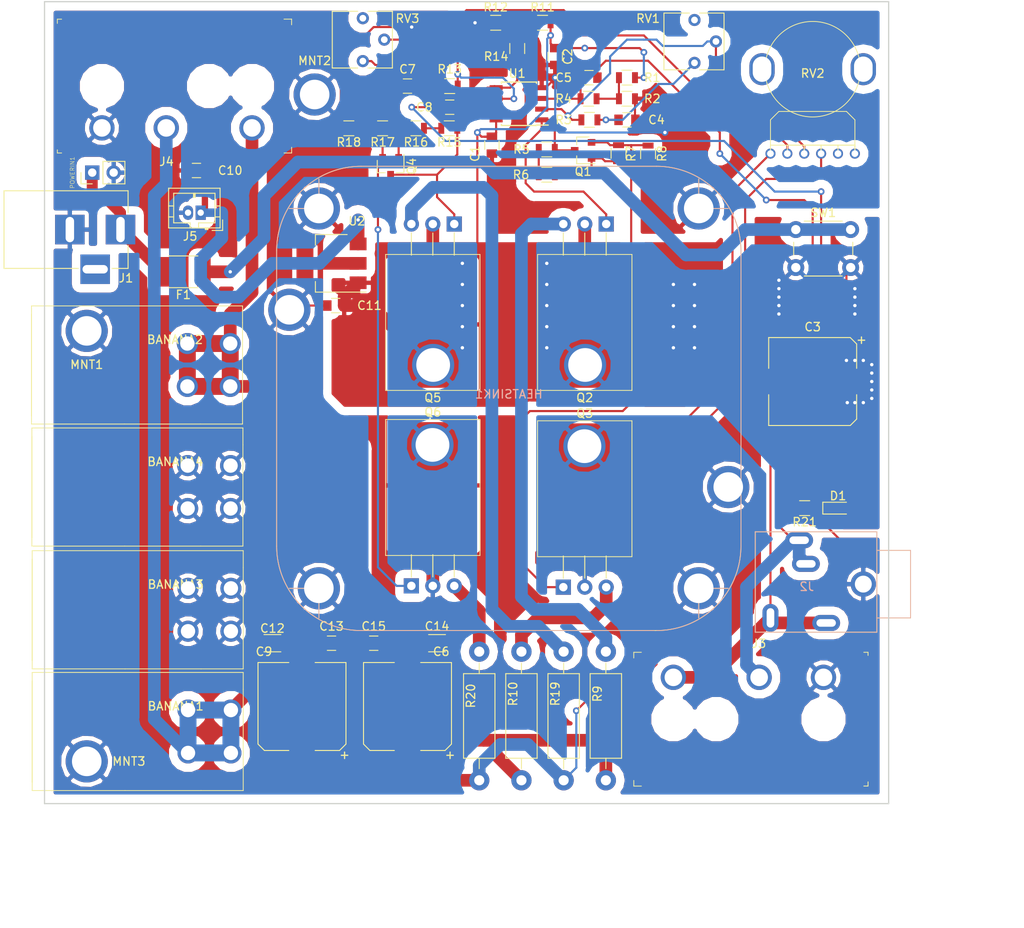
<source format=kicad_pcb>
(kicad_pcb (version 20171130) (host pcbnew "(5.0.0)")
  (layers (0 F.Cu signal) (31 B.Cu signal) (34 B.Paste user) (35 F.Paste user) (36 B.SilkS user) (37 F.SilkS user) (38 B.Mask user) (39 F.Mask user) (44 Edge.Cuts user))
  (net 0 "")
  (net 1 +12V)
  (net 2 GND)
  (net 3 "Net-(C4-Pad1)")
  (net 4 "Net-(C5-Pad1)")
  (net 5 CHANNEL_A)
  (net 6 OUTPUT_A)
  (net 7 "Net-(C7-Pad1)")
  (net 8 CHANNEL_B)
  (net 9 "Net-(C8-Pad1)")
  (net 10 OUTPUT_B)
  (net 11 "Net-(F1-Pad2)")
  (net 12 "Net-(Q1-Pad1)")
  (net 13 "Net-(Q1-Pad2)")
  (net 14 "Net-(Q1-Pad3)")
  (net 15 "Net-(Q2-Pad3)")
  (net 16 "Net-(Q3-Pad3)")
  (net 17 "Net-(Q4-Pad3)")
  (net 18 "Net-(Q4-Pad2)")
  (net 19 "Net-(Q4-Pad1)")
  (net 20 "Net-(Q5-Pad3)")
  (net 21 "Net-(Q6-Pad3)")
  (net 22 "Net-(R1-Pad2)")
  (net 23 "Net-(R3-Pad1)")
  (net 24 "Net-(R5-Pad2)")
  (net 25 "Net-(R11-Pad2)")
  (net 26 "Net-(R13-Pad1)")
  (net 27 "Net-(R15-Pad2)")
  (net 28 "Net-(F1-Pad1)")
  (net 29 "Net-(D1-Pad1)")
  (net 30 "Net-(C14-Pad1)")
  (net 31 "Net-(C12-Pad1)")
  (net 32 "Net-(C10-Pad2)")
  (module Capacitors_SMD:C_0805 (layer F.Cu) (at 96 101 270)
    (fp_text reference C1 (at 1 2 270) (layer F.SilkS))
    (fp_text value 1uF)
    (pad 1 smd rect (at -1 0 270) (size 1 1.25) (layers F.Cu F.Paste F.Mask) (net 1 +12V))
    (pad 2 smd rect (at 1 0 270) (size 1 1.25) (layers F.Cu F.Paste F.Mask) (net 2 GND))
  )
  (module Capacitors_SMD:C_0805 (layer F.Cu) (at 103.5 90.5 270)
    (fp_text reference C2 (at 0 -1.5 270) (layer F.SilkS))
    (fp_text value 1uF)
    (pad 1 smd rect (at -1 0 270) (size 1 1.25) (layers F.Cu F.Paste F.Mask) (net 1 +12V))
    (pad 2 smd rect (at 1 0 270) (size 1 1.25) (layers F.Cu F.Paste F.Mask) (net 2 GND))
  )
  (module Capacitors_SMD:CP_Elec_10x10.5 (layer F.Cu) (at 134 129 180)
    (fp_text reference C3 (at 0 6.46 180) (layer F.SilkS))
    (fp_text value 680uF)
    (fp_text user + (at -5.78 4.97 180) (layer F.SilkS))
    (pad 1 smd rect (at -4 0) (size 4 2.5) (layers F.Cu F.Paste F.Mask) (net 1 +12V))
    (pad 2 smd rect (at 4 0) (size 4 2.5) (layers F.Cu F.Paste F.Mask) (net 2 GND))
  )
  (module Capacitors_SMD:C_0805 (layer F.Cu) (at 112 98)
    (fp_text reference C4 (at 3.5 0) (layer F.SilkS))
    (fp_text value 1uF)
    (pad 1 smd rect (at -1 0) (size 1 1.25) (layers F.Cu F.Paste F.Mask) (net 3 "Net-(C4-Pad1)"))
    (pad 2 smd rect (at 1 0) (size 1 1.25) (layers F.Cu F.Paste F.Mask) (net 2 GND))
  )
  (module Capacitors_SMD:C_0805 (layer F.Cu) (at 107.5 93)
    (fp_text reference C5 (at -3 0) (layer F.SilkS))
    (fp_text value 1uF)
    (pad 1 smd rect (at -1 0) (size 1 1.25) (layers F.Cu F.Paste F.Mask) (net 4 "Net-(C5-Pad1)"))
    (pad 2 smd rect (at 1 0) (size 1 1.25) (layers F.Cu F.Paste F.Mask) (net 5 CHANNEL_A))
  )
  (module Capacitors_SMD:CP_Elec_10x10.5 (layer F.Cu) (at 86 167.5 90)
    (fp_text reference C6 (at 6.5 4 -180) (layer F.SilkS))
    (fp_text value 680uF)
    (fp_text user + (at -5.78 4.97 90) (layer F.SilkS))
    (pad 1 smd rect (at -4 0 270) (size 4 2.5) (layers F.Cu F.Paste F.Mask) (net 30 "Net-(C14-Pad1)"))
    (pad 2 smd rect (at 4 0 270) (size 4 2.5) (layers F.Cu F.Paste F.Mask) (net 6 OUTPUT_A))
  )
  (module Capacitors_SMD:C_0805 (layer F.Cu) (at 86 94 180)
    (fp_text reference C7 (at 0 2 180) (layer F.SilkS))
    (fp_text value 1uF)
    (pad 1 smd rect (at -1 0 180) (size 1 1.25) (layers F.Cu F.Paste F.Mask) (net 7 "Net-(C7-Pad1)"))
    (pad 2 smd rect (at 1 0 180) (size 1 1.25) (layers F.Cu F.Paste F.Mask) (net 2 GND))
  )
  (module Capacitors_SMD:C_0805 (layer F.Cu) (at 91 96.5 180)
    (fp_text reference C8 (at 3 0 180) (layer F.SilkS))
    (fp_text value 1uF)
    (pad 1 smd rect (at -1 0 180) (size 1 1.25) (layers F.Cu F.Paste F.Mask) (net 9 "Net-(C8-Pad1)"))
    (pad 2 smd rect (at 1 0 180) (size 1 1.25) (layers F.Cu F.Paste F.Mask) (net 8 CHANNEL_B))
  )
  (module Capacitors_SMD:CP_Elec_10x10.5 (layer F.Cu) (at 73.5 167.5 90)
    (fp_text reference C9 (at 6.5 -4.5 -180) (layer F.SilkS))
    (fp_text value 680uF)
    (fp_text user + (at -5.78 4.97 90) (layer F.SilkS))
    (pad 1 smd rect (at -4 0 270) (size 4 2.5) (layers F.Cu F.Paste F.Mask) (net 31 "Net-(C12-Pad1)"))
    (pad 2 smd rect (at 4 0 270) (size 4 2.5) (layers F.Cu F.Paste F.Mask) (net 10 OUTPUT_B))
  )
  (module TO_SOT_Packages_SMD:SOT-23 (layer F.Cu) (at 106.804999 101.614999 180)
    (fp_text reference Q1 (at 0 -2.5 180) (layer F.SilkS))
    (fp_text value Q_NPN_BEC)
    (pad 1 smd rect (at -1 -0.95 180) (size 0.9 0.8) (layers F.Cu F.Paste F.Mask) (net 12 "Net-(Q1-Pad1)"))
    (pad 2 smd rect (at -1 0.95 180) (size 0.9 0.8) (layers F.Cu F.Paste F.Mask) (net 13 "Net-(Q1-Pad2)"))
    (pad 3 smd rect (at 1 0 180) (size 0.9 0.8) (layers F.Cu F.Paste F.Mask) (net 14 "Net-(Q1-Pad3)"))
  )
  (module TEST:TO-220-3_Horizontal_SOLDERTAB (layer F.Cu) (at 109.54 110.34 180)
    (fp_text reference Q2 (at 2.54 -20.58 180) (layer F.SilkS))
    (fp_text value TIP120)
    (pad 3 thru_hole oval (at 5.08 0 180) (size 1.8 1.8) (drill 1) (layers *.Cu *.Mask) (net 15 "Net-(Q2-Pad3)"))
    (pad 2 thru_hole oval (at 2.54 0 180) (size 1.8 1.8) (drill 1) (layers *.Cu *.Mask) (net 1 +12V))
    (pad 1 thru_hole rect (at 0 0 180) (size 1.8 1.8) (drill 1) (layers *.Cu *.Mask) (net 14 "Net-(Q1-Pad3)"))
    (pad 2 thru_hole circle (at 2.5 -16.7 180) (size 5 5) (drill 4) (layers *.Cu *.Mask) (net 1 +12V))
    (pad 2 smd rect (at 2.6 -16.9 180) (size 10 15) (drill (offset 0 5)) (layers F.Cu F.Paste F.Mask) (net 1 +12V))
  )
  (module TEST:TO-220-3_Horizontal_SOLDERTAB (layer F.Cu) (at 104.46 153.36)
    (fp_text reference Q3 (at 2.54 -20.58) (layer F.SilkS))
    (fp_text value TIP125)
    (pad 3 thru_hole oval (at 5.08 0) (size 1.8 1.8) (drill 1) (layers *.Cu *.Mask) (net 16 "Net-(Q3-Pad3)"))
    (pad 2 thru_hole oval (at 2.54 0) (size 1.8 1.8) (drill 1) (layers *.Cu *.Mask) (net 2 GND))
    (pad 1 thru_hole rect (at 0 0) (size 1.8 1.8) (drill 1) (layers *.Cu *.Mask) (net 13 "Net-(Q1-Pad2)"))
    (pad 2 thru_hole circle (at 2.5 -16.7) (size 5 5) (drill 4) (layers *.Cu *.Mask) (net 2 GND))
    (pad 2 smd rect (at 2.6 -16.9) (size 10 15) (drill (offset 0 5)) (layers F.Cu F.Paste F.Mask) (net 2 GND))
  )
  (module TO_SOT_Packages_SMD:SOT-23 (layer F.Cu) (at 84 103.5 270)
    (fp_text reference Q4 (at 0 -2.5 270) (layer F.SilkS))
    (fp_text value Q_NPN_BEC)
    (pad 1 smd rect (at -1 -0.95 270) (size 0.9 0.8) (layers F.Cu F.Paste F.Mask) (net 19 "Net-(Q4-Pad1)"))
    (pad 2 smd rect (at -1 0.95 270) (size 0.9 0.8) (layers F.Cu F.Paste F.Mask) (net 18 "Net-(Q4-Pad2)"))
    (pad 3 smd rect (at 1 0 270) (size 0.9 0.8) (layers F.Cu F.Paste F.Mask) (net 17 "Net-(Q4-Pad3)"))
  )
  (module TEST:TO-220-3_Horizontal_SOLDERTAB (layer F.Cu) (at 91.54 110.34 180)
    (fp_text reference Q5 (at 2.54 -20.58 180) (layer F.SilkS))
    (fp_text value TIP120)
    (pad 3 thru_hole oval (at 5.08 0 180) (size 1.8 1.8) (drill 1) (layers *.Cu *.Mask) (net 20 "Net-(Q5-Pad3)"))
    (pad 2 thru_hole oval (at 2.54 0 180) (size 1.8 1.8) (drill 1) (layers *.Cu *.Mask) (net 1 +12V))
    (pad 1 thru_hole rect (at 0 0 180) (size 1.8 1.8) (drill 1) (layers *.Cu *.Mask) (net 17 "Net-(Q4-Pad3)"))
    (pad 2 thru_hole circle (at 2.5 -16.7 180) (size 5 5) (drill 4) (layers *.Cu *.Mask) (net 1 +12V))
    (pad 2 smd rect (at 2.6 -16.9 180) (size 10 15) (drill (offset 0 5)) (layers F.Cu F.Paste F.Mask) (net 1 +12V))
  )
  (module TEST:TO-220-3_Horizontal_SOLDERTAB (layer F.Cu) (at 86.46 153.21)
    (fp_text reference Q6 (at 2.54 -20.58) (layer F.SilkS))
    (fp_text value TIP125)
    (pad 3 thru_hole oval (at 5.08 0) (size 1.8 1.8) (drill 1) (layers *.Cu *.Mask) (net 21 "Net-(Q6-Pad3)"))
    (pad 2 thru_hole oval (at 2.54 0) (size 1.8 1.8) (drill 1) (layers *.Cu *.Mask) (net 2 GND))
    (pad 1 thru_hole rect (at 0 0) (size 1.8 1.8) (drill 1) (layers *.Cu *.Mask) (net 18 "Net-(Q4-Pad2)"))
    (pad 2 thru_hole circle (at 2.5 -16.7) (size 5 5) (drill 4) (layers *.Cu *.Mask) (net 2 GND))
    (pad 2 smd rect (at 2.6 -16.9) (size 10 15) (drill (offset 0 5)) (layers F.Cu F.Paste F.Mask) (net 2 GND))
  )
  (module Resistors_SMD:R_0805 (layer F.Cu) (at 112 93 180)
    (fp_text reference R1 (at -3 0 180) (layer F.SilkS))
    (fp_text value 10K)
    (pad 1 smd rect (at -0.95 0 180) (size 0.7 1.3) (layers F.Cu F.Paste F.Mask) (net 1 +12V))
    (pad 2 smd rect (at 0.95 0 180) (size 0.7 1.3) (layers F.Cu F.Paste F.Mask) (net 22 "Net-(R1-Pad2)"))
  )
  (module Resistors_SMD:R_0805 (layer F.Cu) (at 112 95.5)
    (fp_text reference R2 (at 3 0) (layer F.SilkS))
    (fp_text value 10K)
    (pad 1 smd rect (at -0.95 0) (size 0.7 1.3) (layers F.Cu F.Paste F.Mask) (net 22 "Net-(R1-Pad2)"))
    (pad 2 smd rect (at 0.95 0) (size 0.7 1.3) (layers F.Cu F.Paste F.Mask) (net 2 GND))
  )
  (module Resistors_SMD:R_0805 (layer F.Cu) (at 107.55 98)
    (fp_text reference R3 (at -3.05 0) (layer F.SilkS))
    (fp_text value 5K)
    (pad 1 smd rect (at -0.95 0) (size 0.7 1.3) (layers F.Cu F.Paste F.Mask) (net 23 "Net-(R3-Pad1)"))
    (pad 2 smd rect (at 0.95 0) (size 0.7 1.3) (layers F.Cu F.Paste F.Mask) (net 3 "Net-(C4-Pad1)"))
  )
  (module Resistors_SMD:R_0805 (layer F.Cu) (at 107.45 95.5 180)
    (fp_text reference R4 (at 2.95 0 180) (layer F.SilkS))
    (fp_text value 50K)
    (pad 1 smd rect (at -0.95 0 180) (size 0.7 1.3) (layers F.Cu F.Paste F.Mask) (net 22 "Net-(R1-Pad2)"))
    (pad 2 smd rect (at 0.95 0 180) (size 0.7 1.3) (layers F.Cu F.Paste F.Mask) (net 4 "Net-(C5-Pad1)"))
  )
  (module Resistors_SMD:R_0805 (layer F.Cu) (at 102.5 101.5 180)
    (fp_text reference R5 (at 3 0 180) (layer F.SilkS))
    (fp_text value 1K)
    (pad 1 smd rect (at -0.95 0 180) (size 0.7 1.3) (layers F.Cu F.Paste F.Mask) (net 14 "Net-(Q1-Pad3)"))
    (pad 2 smd rect (at 0.95 0 180) (size 0.7 1.3) (layers F.Cu F.Paste F.Mask) (net 24 "Net-(R5-Pad2)"))
  )
  (module Resistors_SMD:R_0805 (layer F.Cu) (at 102.5 104.5)
    (fp_text reference R6 (at -3.05 0) (layer F.SilkS))
    (fp_text value 1K)
    (pad 1 smd rect (at -0.95 0) (size 0.7 1.3) (layers F.Cu F.Paste F.Mask) (net 24 "Net-(R5-Pad2)"))
    (pad 2 smd rect (at 0.95 0) (size 0.7 1.3) (layers F.Cu F.Paste F.Mask) (net 12 "Net-(Q1-Pad1)"))
  )
  (module Resistors_SMD:R_0805 (layer F.Cu) (at 111 101.95 90)
    (fp_text reference R7 (at -0.05 1.5 90) (layer F.SilkS))
    (fp_text value 1K)
    (pad 1 smd rect (at -0.95 0 90) (size 0.7 1.3) (layers F.Cu F.Paste F.Mask) (net 12 "Net-(Q1-Pad1)"))
    (pad 2 smd rect (at 0.95 0 90) (size 0.7 1.3) (layers F.Cu F.Paste F.Mask) (net 13 "Net-(Q1-Pad2)"))
  )
  (module Resistors_SMD:R_0805 (layer F.Cu) (at 114.5 102 270)
    (fp_text reference R8 (at 0 -1.65 270) (layer F.SilkS))
    (fp_text value 1K)
    (pad 1 smd rect (at -0.95 0 270) (size 0.7 1.3) (layers F.Cu F.Paste F.Mask) (net 13 "Net-(Q1-Pad2)"))
    (pad 2 smd rect (at 0.95 0 270) (size 0.7 1.3) (layers F.Cu F.Paste F.Mask) (net 2 GND))
  )
  (module Resistors_THT:R_Axial_DIN0411_L9.9mm_D3.6mm_P15.24mm_Horizontal (layer F.Cu) (at 109.5 161 270)
    (fp_text reference R9 (at 5 1 270) (layer F.SilkS))
    (fp_text value 5)
    (pad 1 thru_hole circle (at 0 0 270) (size 2.4 2.4) (drill 1.2) (layers *.Cu *.Mask) (net 15 "Net-(Q2-Pad3)"))
    (pad 2 thru_hole oval (at 15.24 0 270) (size 2.4 2.4) (drill 1.2) (layers *.Cu *.Mask) (net 30 "Net-(C14-Pad1)"))
  )
  (module Resistors_THT:R_Axial_DIN0411_L9.9mm_D3.6mm_P15.24mm_Horizontal (layer F.Cu) (at 99.5 176.24 90)
    (fp_text reference R10 (at 10.24 -1 90) (layer F.SilkS))
    (fp_text value 5)
    (pad 1 thru_hole circle (at 0 0 90) (size 2.4 2.4) (drill 1.2) (layers *.Cu *.Mask) (net 30 "Net-(C14-Pad1)"))
    (pad 2 thru_hole oval (at 15.24 0 90) (size 2.4 2.4) (drill 1.2) (layers *.Cu *.Mask) (net 16 "Net-(Q3-Pad3)"))
  )
  (module Resistors_SMD:R_0805 (layer F.Cu) (at 102 86.5 180)
    (fp_text reference R11 (at 0 1.85 180) (layer F.SilkS))
    (fp_text value 10K)
    (pad 1 smd rect (at -0.95 0 180) (size 0.7 1.3) (layers F.Cu F.Paste F.Mask) (net 1 +12V))
    (pad 2 smd rect (at 0.95 0 180) (size 0.7 1.3) (layers F.Cu F.Paste F.Mask) (net 25 "Net-(R11-Pad2)"))
  )
  (module Resistors_SMD:R_0805 (layer F.Cu) (at 96.45 86.5 180)
    (fp_text reference R12 (at 0 1.85 180) (layer F.SilkS))
    (fp_text value 10K)
    (pad 1 smd rect (at -0.95 0 180) (size 0.7 1.3) (layers F.Cu F.Paste F.Mask) (net 25 "Net-(R11-Pad2)"))
    (pad 2 smd rect (at 0.95 0 180) (size 0.7 1.3) (layers F.Cu F.Paste F.Mask) (net 2 GND))
  )
  (module Resistors_SMD:R_0805 (layer F.Cu) (at 91 94 180)
    (fp_text reference R13 (at 0 2 180) (layer F.SilkS))
    (fp_text value 5K)
    (pad 1 smd rect (at -0.95 0 180) (size 0.7 1.3) (layers F.Cu F.Paste F.Mask) (net 26 "Net-(R13-Pad1)"))
    (pad 2 smd rect (at 0.95 0 180) (size 0.7 1.3) (layers F.Cu F.Paste F.Mask) (net 7 "Net-(C7-Pad1)"))
  )
  (module Resistors_SMD:R_0805 (layer F.Cu) (at 99 89.55 270)
    (fp_text reference R14 (at 0.95 2.5) (layer F.SilkS))
    (fp_text value 50K)
    (pad 1 smd rect (at -0.95 0 270) (size 0.7 1.3) (layers F.Cu F.Paste F.Mask) (net 25 "Net-(R11-Pad2)"))
    (pad 2 smd rect (at 0.95 0 270) (size 0.7 1.3) (layers F.Cu F.Paste F.Mask) (net 9 "Net-(C8-Pad1)"))
  )
  (module Resistors_SMD:R_0805 (layer F.Cu) (at 90.95 99 180)
    (fp_text reference R15 (at 0 -1.65 180) (layer F.SilkS))
    (fp_text value 1K)
    (pad 1 smd rect (at -0.95 0 180) (size 0.7 1.3) (layers F.Cu F.Paste F.Mask) (net 17 "Net-(Q4-Pad3)"))
    (pad 2 smd rect (at 0.95 0 180) (size 0.7 1.3) (layers F.Cu F.Paste F.Mask) (net 27 "Net-(R15-Pad2)"))
  )
  (module Resistors_SMD:R_0805 (layer F.Cu) (at 87 99 180)
    (fp_text reference R16 (at 0 -1.65 180) (layer F.SilkS))
    (fp_text value 1K)
    (pad 1 smd rect (at -0.95 0 180) (size 0.7 1.3) (layers F.Cu F.Paste F.Mask) (net 27 "Net-(R15-Pad2)"))
    (pad 2 smd rect (at 0.95 0 180) (size 0.7 1.3) (layers F.Cu F.Paste F.Mask) (net 19 "Net-(Q4-Pad1)"))
  )
  (module Resistors_SMD:R_0805 (layer F.Cu) (at 83.05 99 180)
    (fp_text reference R17 (at 0 -1.65 180) (layer F.SilkS))
    (fp_text value 1K)
    (pad 1 smd rect (at -0.95 0 180) (size 0.7 1.3) (layers F.Cu F.Paste F.Mask) (net 19 "Net-(Q4-Pad1)"))
    (pad 2 smd rect (at 0.95 0 180) (size 0.7 1.3) (layers F.Cu F.Paste F.Mask) (net 18 "Net-(Q4-Pad2)"))
  )
  (module Resistors_SMD:R_0805 (layer F.Cu) (at 79.05 99 180)
    (fp_text reference R18 (at 0 -1.65 180) (layer F.SilkS))
    (fp_text value 1K)
    (pad 1 smd rect (at -0.95 0 180) (size 0.7 1.3) (layers F.Cu F.Paste F.Mask) (net 18 "Net-(Q4-Pad2)"))
    (pad 2 smd rect (at 0.95 0 180) (size 0.7 1.3) (layers F.Cu F.Paste F.Mask) (net 2 GND))
  )
  (module Resistors_THT:R_Axial_DIN0411_L9.9mm_D3.6mm_P15.24mm_Horizontal (layer F.Cu) (at 104.5 161 270)
    (fp_text reference R19 (at 5 1 270) (layer F.SilkS))
    (fp_text value 5)
    (pad 1 thru_hole circle (at 0 0 270) (size 2.4 2.4) (drill 1.2) (layers *.Cu *.Mask) (net 20 "Net-(Q5-Pad3)"))
    (pad 2 thru_hole oval (at 15.24 0 270) (size 2.4 2.4) (drill 1.2) (layers *.Cu *.Mask) (net 31 "Net-(C12-Pad1)"))
  )
  (module Resistors_THT:R_Axial_DIN0411_L9.9mm_D3.6mm_P15.24mm_Horizontal (layer F.Cu) (at 94.5 176.24 90)
    (fp_text reference R20 (at 10 -1 90) (layer F.SilkS))
    (fp_text value 5)
    (pad 1 thru_hole circle (at 0 0 90) (size 2.4 2.4) (drill 1.2) (layers *.Cu *.Mask) (net 31 "Net-(C12-Pad1)"))
    (pad 2 thru_hole oval (at 15.24 0 90) (size 2.4 2.4) (drill 1.2) (layers *.Cu *.Mask) (net 21 "Net-(Q6-Pad3)"))
  )
  (module Buttons_Switches_THT:SW_PUSH_6mm (layer F.Cu) (at 132 111)
    (fp_text reference SW1 (at 3.25 -2) (layer F.SilkS))
    (fp_text value SW_SPST)
    (pad 2 thru_hole circle (at 0 4.5 90) (size 2 2) (drill 1.1) (layers *.Cu *.Mask) (net 1 +12V))
    (pad 1 thru_hole circle (at 0 0 90) (size 2 2) (drill 1.1) (layers *.Cu *.Mask) (net 28 "Net-(F1-Pad1)"))
    (pad 2 thru_hole circle (at 6.5 4.5 90) (size 2 2) (drill 1.1) (layers *.Cu *.Mask) (net 1 +12V))
    (pad 1 thru_hole circle (at 6.5 0 90) (size 2 2) (drill 1.1) (layers *.Cu *.Mask) (net 28 "Net-(F1-Pad1)"))
  )
  (module Housings_SOIC:SOIC-8_3.9x4.9mm_Pitch1.27mm (layer F.Cu) (at 99.2 96.095 180)
    (fp_text reference U1 (at 0.2 3.595 180) (layer F.SilkS))
    (fp_text value LM358)
    (pad 1 smd rect (at -2.7 -1.905 180) (size 1.55 0.6) (layers F.Cu F.Paste F.Mask) (net 14 "Net-(Q1-Pad3)"))
    (pad 2 smd rect (at -2.7 -0.635 180) (size 1.55 0.6) (layers F.Cu F.Paste F.Mask) (net 23 "Net-(R3-Pad1)"))
    (pad 3 smd rect (at -2.7 0.635 180) (size 1.55 0.6) (layers F.Cu F.Paste F.Mask) (net 4 "Net-(C5-Pad1)"))
    (pad 4 smd rect (at -2.7 1.905 180) (size 1.55 0.6) (layers F.Cu F.Paste F.Mask) (net 2 GND))
    (pad 5 smd rect (at 2.7 1.905 180) (size 1.55 0.6) (layers F.Cu F.Paste F.Mask) (net 9 "Net-(C8-Pad1)"))
    (pad 6 smd rect (at 2.7 0.635 180) (size 1.55 0.6) (layers F.Cu F.Paste F.Mask) (net 26 "Net-(R13-Pad1)"))
    (pad 7 smd rect (at 2.7 -0.635 180) (size 1.55 0.6) (layers F.Cu F.Paste F.Mask) (net 17 "Net-(Q4-Pad3)"))
    (pad 8 smd rect (at 2.7 -1.905 180) (size 1.55 0.6) (layers F.Cu F.Paste F.Mask) (net 1 +12V))
  )
  (module "DigiKey Library:Headphone_Jack_6.35mm_SN49B12B" (layer F.Cu) (at 122.58 169)
    (fp_text reference J3 (at 5.05 -8.95) (layer F.SilkS))
    (fp_text value AudioJack3_Ground)
    (pad "" np_thru_hole circle (at -5.08 0) (size 3.25 3.25) (drill 3.25) (layers *.Cu *.Mask))
    (pad "" np_thru_hole circle (at 12.7 0) (size 3.25 3.25) (drill 3.25) (layers *.Cu *.Mask))
    (pad S thru_hole circle (at 12.7 -4.955) (size 3 3) (drill 2.08) (layers *.Cu *.Mask) (net 2 GND))
    (pad R thru_hole circle (at 5.08 -4.955) (size 3 3) (drill 2.08) (layers *.Cu *.Mask) (net 8 CHANNEL_B))
    (pad T thru_hole circle (at -5.08 -4.955) (size 3 3) (drill 2.08) (layers *.Cu *.Mask) (net 5 CHANNEL_A))
    (pad "" np_thru_hole circle (at 0 0) (size 3.25 3.25) (drill 3.25) (layers *.Cu *.Mask))
  )
  (module "DigiKey Library:Headphone_Jack_6.35mm_SN49B12B" (layer F.Cu) (at 62.5 94 180)
    (fp_text reference J4 (at 5.05 -8.95 180) (layer F.SilkS))
    (fp_text value AudioJack3_Ground)
    (pad "" np_thru_hole circle (at -5.08 0 180) (size 3.25 3.25) (drill 3.25) (layers *.Cu *.Mask))
    (pad "" np_thru_hole circle (at 12.7 0 180) (size 3.25 3.25) (drill 3.25) (layers *.Cu *.Mask))
    (pad S thru_hole circle (at 12.7 -4.955 180) (size 3 3) (drill 2.08) (layers *.Cu *.Mask) (net 2 GND))
    (pad R thru_hole circle (at 5.08 -4.955 180) (size 3 3) (drill 2.08) (layers *.Cu *.Mask) (net 10 OUTPUT_B))
    (pad T thru_hole circle (at -5.08 -4.955 180) (size 3 3) (drill 2.08) (layers *.Cu *.Mask) (net 6 OUTPUT_A))
    (pad "" np_thru_hole circle (at 0 0 180) (size 3.25 3.25) (drill 3.25) (layers *.Cu *.Mask))
  )
  (module Resistors_SMD:R_1812 (layer F.Cu) (at 59.44 116 180)
    (fp_text reference F1 (at 0 -2.72 180) (layer F.SilkS))
    (fp_text value Fuse)
    (pad 1 smd rect (at -2.44 0 180) (size 1.6 3.5) (layers F.Cu F.Paste F.Mask) (net 28 "Net-(F1-Pad1)"))
    (pad 2 smd rect (at 2.44 0 180) (size 1.6 3.5) (layers F.Cu F.Paste F.Mask) (net 11 "Net-(F1-Pad2)"))
  )
  (module LEDs:LED_0805 (layer F.Cu) (at 137 144)
    (fp_text reference D1 (at 0 -1.45) (layer F.SilkS))
    (fp_text value LED)
    (pad 2 smd rect (at 1.1 0 180) (size 1.2 1.2) (layers F.Cu F.Paste F.Mask) (net 1 +12V))
    (pad 1 smd rect (at -1.1 0 180) (size 1.2 1.2) (layers F.Cu F.Paste F.Mask) (net 29 "Net-(D1-Pad1)"))
  )
  (module Resistors_SMD:R_0805 (layer F.Cu) (at 133.05 144 180)
    (fp_text reference R21 (at 0 -1.65 180) (layer F.SilkS))
    (fp_text value 10K)
    (pad 1 smd rect (at -0.95 0 180) (size 0.7 1.3) (layers F.Cu F.Paste F.Mask) (net 29 "Net-(D1-Pad1)"))
    (pad 2 smd rect (at 0.95 0 180) (size 0.7 1.3) (layers F.Cu F.Paste F.Mask) (net 2 GND))
  )
  (module TEST:P120KGP (layer F.Cu) (at 134 92)
    (fp_text reference RV2 (at 0 0.5) (layer F.SilkS))
    (fp_text value R_POT_Dual_Separate)
    (pad GND thru_hole oval (at -6 0) (size 3 3.8) (drill oval 2.2 3) (layers *.Cu *.Mask))
    (pad GND thru_hole oval (at 6 0) (size 3 3.8) (drill oval 2.2 3) (layers *.Cu *.Mask))
    (pad 2 thru_hole circle (at -5 10) (size 1.2 1.2) (drill 0.8) (layers *.Cu *.Mask) (net 31 "Net-(C12-Pad1)"))
    (pad 1 thru_hole circle (at -3 10) (size 1.2 1.2) (drill 0.8) (layers *.Cu *.Mask) (net 26 "Net-(R13-Pad1)"))
    (pad 3 thru_hole circle (at 5 10) (size 1.2 1.2) (drill 0.8) (layers *.Cu *.Mask))
    (pad 6 thru_hole circle (at 3 10) (size 1.2 1.2) (drill 0.8) (layers *.Cu *.Mask))
    (pad 5 thru_hole circle (at 1 10) (size 1.2 1.2) (drill 0.8) (layers *.Cu *.Mask) (net 30 "Net-(C14-Pad1)"))
    (pad 4 thru_hole circle (at -1 10) (size 1.2 1.2) (drill 0.8) (layers *.Cu *.Mask) (net 23 "Net-(R3-Pad1)"))
  )
  (module TEST:Banana_RA_FULL_Plug (layer F.Cu) (at 62.54 170.46)
    (fp_text reference BANANA1 (at -4 -3) (layer F.SilkS))
    (fp_text value Conn_01x01)
    (pad 1 thru_hole circle (at -2.54 2.54) (size 2.5 2.5) (drill 1.7) (layers *.Cu *.Mask) (net 10 OUTPUT_B))
    (pad 1 thru_hole circle (at 2.54 2.54) (size 2.5 2.5) (drill 1.7) (layers *.Cu *.Mask) (net 10 OUTPUT_B))
    (pad 1 thru_hole circle (at 2.54 -2.54) (size 2.5 2.5) (drill 1.7) (layers *.Cu *.Mask) (net 10 OUTPUT_B))
    (pad 1 thru_hole circle (at -2.54 -2.54) (size 2.5 2.5) (drill 1.7) (layers *.Cu *.Mask) (net 10 OUTPUT_B))
  )
  (module TEST:Banana_RA_FULL_Plug (layer F.Cu) (at 62.46 127.04)
    (fp_text reference BANANA2 (at -4 -3) (layer F.SilkS))
    (fp_text value Conn_01x01)
    (pad 1 thru_hole circle (at -2.54 2.54) (size 2.5 2.5) (drill 1.7) (layers *.Cu *.Mask) (net 6 OUTPUT_A))
    (pad 1 thru_hole circle (at 2.54 2.54) (size 2.5 2.5) (drill 1.7) (layers *.Cu *.Mask) (net 6 OUTPUT_A))
    (pad 1 thru_hole circle (at 2.54 -2.54) (size 2.5 2.5) (drill 1.7) (layers *.Cu *.Mask) (net 6 OUTPUT_A))
    (pad 1 thru_hole circle (at -2.54 -2.54) (size 2.5 2.5) (drill 1.7) (layers *.Cu *.Mask) (net 6 OUTPUT_A))
  )
  (module TEST:Banana_RA_FULL_Plug (layer F.Cu) (at 62.54 156.04)
    (fp_text reference BANANA3 (at -4 -3) (layer F.SilkS))
    (fp_text value Conn_01x01)
    (pad 1 thru_hole circle (at -2.54 2.54) (size 2.5 2.5) (drill 1.7) (layers *.Cu *.Mask) (net 2 GND))
    (pad 1 thru_hole circle (at 2.54 2.54) (size 2.5 2.5) (drill 1.7) (layers *.Cu *.Mask) (net 2 GND))
    (pad 1 thru_hole circle (at 2.54 -2.54) (size 2.5 2.5) (drill 1.7) (layers *.Cu *.Mask) (net 2 GND))
    (pad 1 thru_hole circle (at -2.54 -2.54) (size 2.5 2.5) (drill 1.7) (layers *.Cu *.Mask) (net 2 GND))
  )
  (module TEST:Banana_RA_FULL_Plug (layer F.Cu) (at 62.5 141.5)
    (fp_text reference BANANA4 (at -4 -3) (layer F.SilkS))
    (fp_text value Conn_01x01)
    (pad 1 thru_hole circle (at -2.54 2.54) (size 2.5 2.5) (drill 1.7) (layers *.Cu *.Mask) (net 2 GND))
    (pad 1 thru_hole circle (at 2.54 2.54) (size 2.5 2.5) (drill 1.7) (layers *.Cu *.Mask) (net 2 GND))
    (pad 1 thru_hole circle (at 2.54 -2.54) (size 2.5 2.5) (drill 1.7) (layers *.Cu *.Mask) (net 2 GND))
    (pad 1 thru_hole circle (at -2.54 -2.54) (size 2.5 2.5) (drill 1.7) (layers *.Cu *.Mask) (net 2 GND))
  )
  (module TEST:55mm_heatsink (layer B.Cu) (at 98 131)
    (fp_text reference HEATSINK1 (at 0 -0.5) (layer B.SilkS) (effects (justify mirror)))
    (fp_text value Conn_01x01)
    (pad 3 thru_hole circle (at 22.5 22.5 270) (size 5 5) (drill 3.5) (layers *.Cu *.Mask) (net 2 GND))
    (pad 3 thru_hole circle (at -22.5 22.5 180) (size 5 5) (drill 3.5) (layers *.Cu *.Mask) (net 2 GND))
    (pad 3 thru_hole circle (at -22.5 -22.5 90) (size 5 5) (drill 3.5) (layers *.Cu *.Mask) (net 2 GND))
    (pad 3 thru_hole circle (at 22.5 -22.5) (size 5 5) (drill 3.5) (layers *.Cu *.Mask) (net 2 GND))
    (pad 2 thru_hole circle (at -26 -10.5) (size 5 5) (drill 3.5) (layers *.Cu *.Mask) (net 2 GND))
    (pad 1 thru_hole circle (at 26 10.5) (size 5 5) (drill 3.5) (layers *.Cu *.Mask) (net 2 GND))
  )
  (module TEST:JST_PH_B2B-PH-K_02x1.5.00mm_Straight (layer F.Cu) (at 61.75 109 180)
    (fp_text reference J5 (at 1.5 -2.8 180) (layer F.SilkS))
    (fp_text value Conn_01x02)
    (pad 2 thru_hole oval (at 1.75 0 180) (size 1.2 1.7) (drill 0.75) (layers *.Cu *.Mask) (net 2 GND))
    (pad 1 thru_hole rect (at 0.25 0 180) (size 1.2 1.7) (drill 0.75) (layers *.Cu *.Mask) (net 32 "Net-(C10-Pad2)"))
  )
  (module TEST:Audio_5_Pin (layer B.Cu) (at 139.6 153 180)
    (fp_text reference J2 (at 6.3 -0.3 180) (layer B.SilkS) (effects (justify mirror)))
    (fp_text value AudioJack3_Ground)
    (pad 1 thru_hole oval (at -0.4 0 90) (size 3 3) (drill oval 2) (layers *.Cu *.Mask) (net 2 GND))
    (pad 2 thru_hole oval (at 6.4 2.4 180) (size 3.3 1.9) (drill oval 2.3 0.9) (layers *.Cu *.Mask) (net 8 CHANNEL_B))
    (pad 2 thru_hole oval (at 7.2 5.2) (size 3.3 1.9) (drill oval 2.3 0.9) (layers *.Cu *.Mask) (net 8 CHANNEL_B))
    (pad 3 thru_hole oval (at 10.6 -4 180) (size 1.9 3.3) (drill oval 0.9 2.3) (layers *.Cu *.Mask) (net 5 CHANNEL_A))
    (pad 3 thru_hole oval (at 4 -4.6 180) (size 3.3 1.9) (drill oval 2.3 0.9) (layers *.Cu *.Mask) (net 5 CHANNEL_A))
  )
  (module Capacitors_SMD:C_0805 (layer F.Cu) (at 61 104)
    (fp_text reference C10 (at 4 0) (layer F.SilkS))
    (fp_text value 1uF)
    (pad 1 smd rect (at -1 0) (size 1 1.25) (layers F.Cu F.Paste F.Mask) (net 2 GND))
    (pad 2 smd rect (at 1 0) (size 1 1.25) (layers F.Cu F.Paste F.Mask) (net 32 "Net-(C10-Pad2)"))
  )
  (module Capacitors_SMD:C_0805 (layer F.Cu) (at 77.5 120)
    (fp_text reference C11 (at 4 0) (layer F.SilkS))
    (fp_text value 1uF)
    (pad 1 smd rect (at -1 0) (size 1 1.25) (layers F.Cu F.Paste F.Mask) (net 2 GND))
    (pad 2 smd rect (at 1 0) (size 1 1.25) (layers F.Cu F.Paste F.Mask) (net 1 +12V))
  )
  (module Capacitors_SMD:C_1206 (layer F.Cu) (at 70 160)
    (fp_text reference C12 (at 0 -1.75) (layer F.SilkS))
    (fp_text value 1uF)
    (pad 1 smd rect (at -1.5 0) (size 1 1.6) (layers F.Cu F.Paste F.Mask) (net 31 "Net-(C12-Pad1)"))
    (pad 2 smd rect (at 1.5 0) (size 1 1.6) (layers F.Cu F.Paste F.Mask) (net 10 OUTPUT_B))
  )
  (module Capacitors_SMD:C_0805 (layer F.Cu) (at 77 160 180)
    (fp_text reference C13 (at 0 2 180) (layer F.SilkS))
    (fp_text value 1uF)
    (pad 1 smd rect (at -1 0 180) (size 1 1.25) (layers F.Cu F.Paste F.Mask) (net 31 "Net-(C12-Pad1)"))
    (pad 2 smd rect (at 1 0 180) (size 1 1.25) (layers F.Cu F.Paste F.Mask) (net 10 OUTPUT_B))
  )
  (module Capacitors_SMD:C_1206 (layer F.Cu) (at 89.5 160 180)
    (fp_text reference C14 (at 0 2) (layer F.SilkS))
    (fp_text value 1uF)
    (pad 1 smd rect (at -1.5 0 180) (size 1 1.6) (layers F.Cu F.Paste F.Mask) (net 30 "Net-(C14-Pad1)"))
    (pad 2 smd rect (at 1.5 0 180) (size 1 1.6) (layers F.Cu F.Paste F.Mask) (net 6 OUTPUT_A))
  )
  (module Capacitors_SMD:C_0805 (layer F.Cu) (at 82 160)
    (fp_text reference C15 (at 0 -2) (layer F.SilkS))
    (fp_text value 1uF)
    (pad 1 smd rect (at -1 0) (size 1 1.25) (layers F.Cu F.Paste F.Mask) (net 30 "Net-(C14-Pad1)"))
    (pad 2 smd rect (at 1 0) (size 1 1.25) (layers F.Cu F.Paste F.Mask) (net 6 OUTPUT_A))
  )
  (module TO_SOT_Packages_SMD:SOT-223-3_TabPin2 (layer F.Cu) (at 77 115 180)
    (fp_text reference U2 (at -3 5 180) (layer F.SilkS))
    (fp_text value L7812)
    (pad 2 smd rect (at 3.15 0 180) (size 2 3.8) (layers F.Cu F.Paste F.Mask) (net 2 GND))
    (pad 2 smd rect (at -3.15 0 180) (size 2 1.5) (layers F.Cu F.Paste F.Mask) (net 2 GND))
    (pad 3 smd rect (at -3.15 2.3 180) (size 2 1.5) (layers F.Cu F.Paste F.Mask) (net 32 "Net-(C10-Pad2)"))
    (pad 1 smd rect (at -3.15 -2.3 180) (size 2 1.5) (layers F.Cu F.Paste F.Mask) (net 1 +12V))
  )
  (module "DigiKey Library:BARREL_JACK" (layer F.Cu) (at 52 111)
    (fp_text reference J1 (at 0.65 5.75 180) (layer F.SilkS))
    (fp_text value Barrel_Jack)
    (pad 3 thru_hole rect (at -3 4.7) (size 3.5 3.5) (drill oval 3 1) (layers *.Cu *.Mask))
    (pad 2 thru_hole rect (at -6 0) (size 3.5 3.5) (drill oval 1 3) (layers *.Cu *.Mask) (net 2 GND))
    (pad 1 thru_hole rect (at 0 0) (size 3.5 3.5) (drill oval 1 3) (layers *.Cu *.Mask) (net 11 "Net-(F1-Pad2)"))
  )
  (module TEST:Potentiometer_Trimmer_Vishay_T73YP_Horizontal (layer F.Cu) (at 120 91.25)
    (fp_text reference RV1 (at -5.5 -5.25) (layer F.SilkS))
    (fp_text value R_POT)
    (pad 1 thru_hole circle (at 0 0) (size 1.44 1.44) (drill 0.8) (layers *.Cu *.Mask) (net 3 "Net-(C4-Pad1)"))
    (pad 2 thru_hole circle (at 2.54 -2.54) (size 1.44 1.44) (drill 0.8) (layers *.Cu *.Mask) (net 23 "Net-(R3-Pad1)"))
    (pad 3 thru_hole circle (at 0 -5.08) (size 1.44 1.44) (drill 0.8) (layers *.Cu *.Mask))
  )
  (module TEST:Potentiometer_Trimmer_Vishay_T73YP_Horizontal (layer F.Cu) (at 80.71 91.04)
    (fp_text reference RV3 (at 5.29 -5.04) (layer F.SilkS))
    (fp_text value R_POT)
    (pad 1 thru_hole circle (at 0 0) (size 1.44 1.44) (drill 0.8) (layers *.Cu *.Mask) (net 7 "Net-(C7-Pad1)"))
    (pad 2 thru_hole circle (at 2.54 -2.54) (size 1.44 1.44) (drill 0.8) (layers *.Cu *.Mask) (net 26 "Net-(R13-Pad1)"))
    (pad 3 thru_hole circle (at 0 -5.08) (size 1.44 1.44) (drill 0.8) (layers *.Cu *.Mask))
  )
  (module "TEST:4mm Mount" (layer F.Cu) (at 48 120.5)
    (fp_text reference MNT1 (at 0 6.5) (layer F.SilkS))
    (fp_text value Conn_01x01)
    (pad 1 thru_hole circle (at 0 2.5) (size 5 5) (drill 3.5) (layers *.Cu *.Mask) (net 2 GND))
  )
  (module "TEST:4mm Mount" (layer F.Cu) (at 75 92.5)
    (fp_text reference MNT2 (at 0 -1.5) (layer F.SilkS))
    (fp_text value Conn_01x01)
    (pad 1 thru_hole circle (at 0 2.5) (size 5 5) (drill 3.5) (layers *.Cu *.Mask) (net 2 GND))
  )
  (module "TEST:4mm Mount" (layer F.Cu) (at 48 171.5)
    (fp_text reference MNT3 (at 5 2.5) (layer F.SilkS))
    (fp_text value Conn_01x01)
    (pad 1 thru_hole circle (at 0 2.5) (size 5 5) (drill 3.5) (layers *.Cu *.Mask) (net 2 GND))
  )
  (module Pin_Headers:Pin_Header_Straight_1x02_Pitch2.54mm (layer F.Cu) (at 48.65 104.25 90)
    (fp_text reference POWERIN1 (at 0 -2.35 270) (layer F.SilkS) (effects (font (size 0.5 0.5) (thickness 0.05))))
    (fp_text value Conn_01x01)
    (pad 2 thru_hole oval (at 0 2.54 90) (size 1.7 1.7) (drill 1) (layers *.Cu *.Mask) (net 2 GND))
    (pad 1 thru_hole rect (at 0 0 90) (size 1.7 1.7) (drill 1) (layers *.Cu *.Mask) (net 11 "Net-(F1-Pad2)"))
  )
  (gr_line (start 43 84) (end 43 179) (layer Edge.Cuts) (width 0.15))
  (gr_line (start 143 84) (end 43 84) (layer Edge.Cuts) (width 0.15))
  (gr_line (start 143 179) (end 143 84) (layer Edge.Cuts) (width 0.15))
  (gr_line (start 43 179) (end 143 179) (layer Edge.Cuts) (width 0.15))
  (via (at 92.5 125) (size 0.8) (drill 0.4) (layers F.Cu B.Cu) (net 1))
  (via (at 92.5 122.5) (size 0.8) (drill 0.4) (layers F.Cu B.Cu) (net 1))
  (via (at 92.5 120) (size 0.8) (drill 0.4) (layers F.Cu B.Cu) (net 1))
  (via (at 92.5 117.5) (size 0.8) (drill 0.4) (layers F.Cu B.Cu) (net 1))
  (via (at 92.5 115) (size 0.8) (drill 0.4) (layers F.Cu B.Cu) (net 1))
  (via (at 102.5 125) (size 0.8) (drill 0.4) (layers F.Cu B.Cu) (net 1))
  (via (at 102.5 122.5) (size 0.8) (drill 0.4) (layers F.Cu B.Cu) (net 1))
  (via (at 102.5 120) (size 0.8) (drill 0.4) (layers F.Cu B.Cu) (net 1))
  (via (at 102.5 117.5) (size 0.8) (drill 0.4) (layers F.Cu B.Cu) (net 1))
  (via (at 102.5 115) (size 0.8) (drill 0.4) (layers F.Cu B.Cu) (net 1))
  (segment (start 96.5 99.5) (end 96 100) (width 0.25) (layer F.Cu) (net 1))
  (segment (start 96.5 98) (end 96.5 99.5) (width 0.25) (layer F.Cu) (net 1))
  (segment (start 102.95 88.95) (end 103.5 89.5) (width 0.25) (layer F.Cu) (net 1))
  (segment (start 102.95 86.5) (end 102.95 88) (width 0.25) (layer F.Cu) (net 1))
  (segment (start 104.375 89.5) (end 103.5 89.5) (width 0.25) (layer F.Cu) (net 1))
  (segment (start 112.95 93) (end 112.95 92.7) (width 0.25) (layer F.Cu) (net 1))
  (segment (start 102.95 88) (end 102.95 88.95) (width 0.25) (layer F.Cu) (net 1))
  (via (at 102.95 88) (size 0.8) (drill 0.4) (layers F.Cu B.Cu) (net 1))
  (segment (start 96 100) (end 95.125 100) (width 0.25) (layer F.Cu) (net 1))
  (segment (start 89 110.34) (end 89 127) (width 1.5) (layer F.Cu) (net 1))
  (segment (start 107 110.34) (end 107 127) (width 1.5) (layer F.Cu) (net 1))
  (segment (start 78.5 118.95) (end 80.15 117.3) (width 1.5) (layer F.Cu) (net 1))
  (segment (start 78.5 120) (end 78.5 118.95) (width 1.5) (layer F.Cu) (net 1))
  (segment (start 81.7 120) (end 88.94 127.24) (width 1.5) (layer F.Cu) (net 1))
  (segment (start 78.5 120) (end 81.7 120) (width 1.5) (layer F.Cu) (net 1))
  (segment (start 138.1 129.1) (end 138 129) (width 0.25) (layer F.Cu) (net 1))
  (segment (start 138.1 144) (end 138.1 132) (width 0.25) (layer F.Cu) (net 1))
  (segment (start 138 116) (end 138.5 115.5) (width 0.25) (layer F.Cu) (net 1))
  (segment (start 138 129) (end 138 126.5) (width 0.25) (layer F.Cu) (net 1))
  (via (at 94.275 99.5) (size 0.8) (drill 0.4) (layers F.Cu B.Cu) (net 1))
  (segment (start 94.5 99.5) (end 94.275 99.5) (width 0.25) (layer B.Cu) (net 1))
  (segment (start 94.775 100) (end 94.275 99.5) (width 0.25) (layer F.Cu) (net 1))
  (segment (start 96 100) (end 94.775 100) (width 0.25) (layer F.Cu) (net 1))
  (segment (start 107 89.5) (end 104.375 89.5) (width 0.25) (layer F.Cu) (net 1))
  (via (at 107 89.5) (size 0.8) (drill 0.4) (layers F.Cu B.Cu) (net 1))
  (segment (start 112.95 93) (end 114 93) (width 0.25) (layer F.Cu) (net 1))
  (via (at 114 93) (size 0.8) (drill 0.4) (layers F.Cu B.Cu) (net 1))
  (segment (start 107 89.5) (end 113.5 89.5) (width 0.25) (layer F.Cu) (net 1))
  (via (at 114 90) (size 0.8) (drill 0.4) (layers F.Cu B.Cu) (net 1))
  (segment (start 113.5 89.5) (end 114 90) (width 0.25) (layer F.Cu) (net 1))
  (segment (start 114 90) (end 114 93) (width 0.25) (layer B.Cu) (net 1))
  (segment (start 138.1 132) (end 138.1 129.1) (width 0.25) (layer F.Cu) (net 1))
  (via (at 138.1 131.5) (size 0.8) (drill 0.4) (layers F.Cu B.Cu) (net 1))
  (segment (start 138 126.5) (end 138 116) (width 0.25) (layer F.Cu) (net 1))
  (via (at 138 126.5) (size 0.8) (drill 0.4) (layers F.Cu B.Cu) (net 1))
  (via (at 141 129) (size 0.8) (drill 0.4) (layers F.Cu B.Cu) (net 1))
  (via (at 139 126.5) (size 0.8) (drill 0.4) (layers F.Cu B.Cu) (net 1))
  (via (at 140 126.5) (size 0.8) (drill 0.4) (layers F.Cu B.Cu) (net 1))
  (via (at 141 127) (size 0.8) (drill 0.4) (layers F.Cu B.Cu) (net 1))
  (via (at 141 128) (size 0.8) (drill 0.4) (layers F.Cu B.Cu) (net 1))
  (via (at 139 131.5) (size 0.8) (drill 0.4) (layers F.Cu B.Cu) (net 1))
  (via (at 140 131.5) (size 0.8) (drill 0.4) (layers F.Cu B.Cu) (net 1))
  (via (at 141 130) (size 0.8) (drill 0.4) (layers F.Cu B.Cu) (net 1))
  (via (at 141 131) (size 0.8) (drill 0.4) (layers F.Cu B.Cu) (net 1))
  (via (at 117.5 117.5) (size 0.8) (drill 0.4) (layers F.Cu B.Cu) (net 1))
  (via (at 117.5 120) (size 0.8) (drill 0.4) (layers F.Cu B.Cu) (net 1))
  (via (at 117.5 122.5) (size 0.8) (drill 0.4) (layers F.Cu B.Cu) (net 1))
  (via (at 117.5 125) (size 0.8) (drill 0.4) (layers F.Cu B.Cu) (net 1))
  (via (at 120 125) (size 0.8) (drill 0.4) (layers F.Cu B.Cu) (net 1))
  (via (at 120 122.5) (size 0.8) (drill 0.4) (layers F.Cu B.Cu) (net 1))
  (via (at 120 120) (size 0.8) (drill 0.4) (layers F.Cu B.Cu) (net 1))
  (via (at 120 117.5) (size 0.8) (drill 0.4) (layers F.Cu B.Cu) (net 1))
  (segment (start 94.275 99.5) (end 94.275 113.225) (width 0.25) (layer F.Cu) (net 1))
  (segment (start 94.275 113.225) (end 92.5 115) (width 0.25) (layer F.Cu) (net 1))
  (segment (start 94.674999 99.100001) (end 94.275 99.5) (width 0.25) (layer B.Cu) (net 1))
  (segment (start 99.999999 99.100001) (end 94.674999 99.100001) (width 0.25) (layer B.Cu) (net 1))
  (segment (start 102.550001 96.549999) (end 99.999999 99.100001) (width 0.25) (layer B.Cu) (net 1))
  (segment (start 102.550001 88.399999) (end 102.550001 96.549999) (width 0.25) (layer B.Cu) (net 1))
  (segment (start 102.95 88) (end 102.550001 88.399999) (width 0.25) (layer B.Cu) (net 1))
  (via (at 130 121) (size 0.8) (drill 0.4) (layers F.Cu B.Cu) (net 1))
  (via (at 130 120) (size 0.8) (drill 0.4) (layers F.Cu B.Cu) (net 1))
  (via (at 130 119) (size 0.8) (drill 0.4) (layers F.Cu B.Cu) (net 1))
  (via (at 130 118) (size 0.8) (drill 0.4) (layers F.Cu B.Cu) (net 1))
  (via (at 130 117) (size 0.8) (drill 0.4) (layers F.Cu B.Cu) (net 1))
  (via (at 139 121) (size 0.8) (drill 0.4) (layers F.Cu B.Cu) (net 1))
  (via (at 139 120) (size 0.8) (drill 0.4) (layers F.Cu B.Cu) (net 1))
  (via (at 139 119) (size 0.8) (drill 0.4) (layers F.Cu B.Cu) (net 1))
  (via (at 139 118) (size 0.8) (drill 0.4) (layers F.Cu B.Cu) (net 1))
  (segment (start 112.95 97.95) (end 113 98) (width 0.25) (layer F.Cu) (net 2))
  (segment (start 112.95 95.5) (end 112.95 97.95) (width 0.25) (layer F.Cu) (net 2))
  (segment (start 114.5 102.95) (end 116.05 102.95) (width 0.25) (layer F.Cu) (net 2))
  (segment (start 116.05 102.95) (end 116.5 102.5) (width 0.25) (layer F.Cu) (net 2))
  (segment (start 116.5 102.5) (end 116.5 99) (width 0.25) (layer F.Cu) (net 2))
  (segment (start 113.75 98) (end 113 98) (width 0.25) (layer F.Cu) (net 2))
  (segment (start 115.5 98) (end 113.75 98) (width 0.25) (layer F.Cu) (net 2))
  (segment (start 116.5 99) (end 115.5 98) (width 0.25) (layer F.Cu) (net 2))
  (segment (start 102.375 94.19) (end 101.9 94.19) (width 0.25) (layer F.Cu) (net 2))
  (segment (start 103.5 93.065) (end 102.375 94.19) (width 0.25) (layer F.Cu) (net 2))
  (segment (start 103.5 91.5) (end 103.5 93.065) (width 0.25) (layer F.Cu) (net 2))
  (segment (start 101.9 94.19) (end 100.31 94.19) (width 0.25) (layer F.Cu) (net 2))
  (segment (start 100.31 94.19) (end 100 94.5) (width 0.25) (layer F.Cu) (net 2))
  (segment (start 100 94.5) (end 100 99) (width 0.25) (layer F.Cu) (net 2))
  (segment (start 97 102) (end 96 102) (width 0.25) (layer F.Cu) (net 2))
  (segment (start 100 99) (end 97 102) (width 0.25) (layer F.Cu) (net 2))
  (via (at 103.5 93) (size 0.8) (drill 0.4) (layers F.Cu B.Cu) (net 2))
  (segment (start 103.5 93.065) (end 103.5 93) (width 0.25) (layer F.Cu) (net 2))
  (segment (start 103.5 93) (end 103.5 97.073002) (width 0.25) (layer B.Cu) (net 2))
  (segment (start 103.5 97.073002) (end 103.5 99) (width 0.25) (layer B.Cu) (net 2))
  (segment (start 103.5 99) (end 104 99.5) (width 0.25) (layer B.Cu) (net 2))
  (segment (start 104 99.5) (end 116.5 99.5) (width 0.25) (layer B.Cu) (net 2))
  (via (at 116.5 99.5) (size 0.8) (drill 0.4) (layers F.Cu B.Cu) (net 2))
  (segment (start 85 94) (end 78.1 94) (width 0.25) (layer F.Cu) (net 2))
  (segment (start 78.1 94) (end 78.1 99) (width 0.25) (layer F.Cu) (net 2))
  (segment (start 94 86.5) (end 95.5 86.5) (width 0.25) (layer F.Cu) (net 2))
  (via (at 94 86.5) (size 0.8) (drill 0.4) (layers F.Cu B.Cu) (net 2))
  (segment (start 103.5 93) (end 105 91.5) (width 0.25) (layer B.Cu) (net 2))
  (segment (start 105 91.5) (end 105 88) (width 0.25) (layer B.Cu) (net 2))
  (segment (start 103.5 86.5) (end 94 86.5) (width 0.25) (layer B.Cu) (net 2))
  (segment (start 105 88) (end 103.5 86.5) (width 0.25) (layer B.Cu) (net 2))
  (segment (start 78.1 89.5) (end 78.1 94) (width 0.25) (layer F.Cu) (net 2))
  (segment (start 86.494999 87.005001) (end 86.494999 87.005001) (width 0.25) (layer F.Cu) (net 2))
  (segment (start 80.15 88.85) (end 78.75 88.85) (width 0.25) (layer F.Cu) (net 2))
  (segment (start 81.994999 87.005001) (end 80.15 88.85) (width 0.25) (layer F.Cu) (net 2))
  (segment (start 78.75 88.85) (end 78.1 89.5) (width 0.25) (layer F.Cu) (net 2))
  (segment (start 89 136.55) (end 89 153.21) (width 1.5) (layer F.Cu) (net 2))
  (segment (start 80.15 115) (end 73.85 115) (width 1.5) (layer F.Cu) (net 2))
  (segment (start 86.494999 87.005001) (end 81.994999 87.005001) (width 0.25) (layer F.Cu) (net 2))
  (via (at 86.494999 87.005001) (size 0.8) (drill 0.4) (layers F.Cu B.Cu) (net 2))
  (segment (start 87 86.5) (end 86.494999 87.005001) (width 0.25) (layer B.Cu) (net 2))
  (segment (start 94 86.5) (end 87 86.5) (width 0.25) (layer B.Cu) (net 2))
  (segment (start 140 153) (end 140 150.5) (width 0.25) (layer F.Cu) (net 2))
  (segment (start 140 150.5) (end 135.5 146) (width 0.25) (layer F.Cu) (net 2))
  (segment (start 132.1 144.3) (end 132.1 144) (width 0.25) (layer F.Cu) (net 2))
  (segment (start 133.8 146) (end 132.1 144.3) (width 0.25) (layer F.Cu) (net 2))
  (segment (start 135.5 146) (end 133.8 146) (width 0.25) (layer F.Cu) (net 2))
  (segment (start 130 130.5) (end 130 129) (width 0.25) (layer F.Cu) (net 2))
  (segment (start 126.499999 134.000001) (end 130 130.5) (width 0.25) (layer F.Cu) (net 2))
  (segment (start 126.499999 139.000001) (end 126.499999 134.000001) (width 0.25) (layer F.Cu) (net 2))
  (segment (start 124 141.5) (end 126.499999 139.000001) (width 0.25) (layer F.Cu) (net 2))
  (segment (start 72.5 120) (end 72 120.5) (width 0.25) (layer F.Cu) (net 2))
  (segment (start 76.5 120) (end 72.5 120) (width 0.25) (layer F.Cu) (net 2))
  (segment (start 108.5 98) (end 109.5 98) (width 0.25) (layer F.Cu) (net 3))
  (segment (start 109.5 98) (end 111 98) (width 0.25) (layer F.Cu) (net 3))
  (via (at 109.5 98) (size 0.8) (drill 0.4) (layers F.Cu B.Cu) (net 3))
  (segment (start 111.5 98) (end 109.5 98) (width 0.25) (layer B.Cu) (net 3))
  (segment (start 117.5 93.75) (end 120 91.25) (width 0.25) (layer B.Cu) (net 3))
  (segment (start 115.75 93.75) (end 117.5 93.75) (width 0.25) (layer B.Cu) (net 3))
  (segment (start 115.75 93.75) (end 111.5 98) (width 0.25) (layer B.Cu) (net 3))
  (segment (start 101.94 95.5) (end 101.9 95.46) (width 0.25) (layer F.Cu) (net 4))
  (segment (start 106.5 95.5) (end 101.94 95.5) (width 0.25) (layer F.Cu) (net 4))
  (segment (start 106.5 93) (end 106.5 95.5) (width 0.25) (layer F.Cu) (net 4))
  (segment (start 121.955 164.045) (end 129 157) (width 1.5) (layer F.Cu) (net 5))
  (segment (start 117.5 164.045) (end 121.955 164.045) (width 1.5) (layer F.Cu) (net 5))
  (segment (start 129.6 157.6) (end 129 157) (width 1.5) (layer F.Cu) (net 5))
  (segment (start 135.6 157.6) (end 129.6 157.6) (width 1.5) (layer F.Cu) (net 5))
  (via (at 128.5 107.5) (size 0.8) (drill 0.4) (layers F.Cu B.Cu) (net 5))
  (segment (start 129 135) (end 129 157) (width 0.25) (layer F.Cu) (net 5))
  (segment (start 134 130) (end 129 135) (width 0.25) (layer F.Cu) (net 5))
  (segment (start 134 108.5) (end 134 130) (width 0.25) (layer F.Cu) (net 5))
  (segment (start 133 107.5) (end 134 108.5) (width 0.25) (layer F.Cu) (net 5))
  (segment (start 128.5 107.5) (end 133 107.5) (width 0.25) (layer F.Cu) (net 5))
  (segment (start 128.5 107.5) (end 123 102) (width 0.25) (layer B.Cu) (net 5))
  (via (at 123 102) (size 0.8) (drill 0.4) (layers F.Cu B.Cu) (net 5))
  (segment (start 123 102) (end 123 99.5) (width 0.25) (layer F.Cu) (net 5))
  (segment (start 108.5 92) (end 108.5 93) (width 0.25) (layer F.Cu) (net 5))
  (segment (start 109.5 91) (end 114.5 91) (width 0.25) (layer F.Cu) (net 5))
  (segment (start 123 99.5) (end 114.5 91) (width 0.25) (layer F.Cu) (net 5))
  (segment (start 109.5 91) (end 108.5 92) (width 0.25) (layer F.Cu) (net 5))
  (segment (start 86 163.5) (end 86 160) (width 1.5) (layer F.Cu) (net 6))
  (segment (start 86 160) (end 80 154) (width 1.5) (layer F.Cu) (net 6))
  (segment (start 73 130) (end 80 137) (width 1.5) (layer F.Cu) (net 6))
  (segment (start 73 129.58) (end 73 130) (width 1.5) (layer F.Cu) (net 6))
  (segment (start 80 154) (end 80 137) (width 1.5) (layer F.Cu) (net 6))
  (segment (start 73 129.58) (end 65 129.58) (width 1.5) (layer F.Cu) (net 6))
  (segment (start 65 129.58) (end 59.92 129.58) (width 2) (layer F.Cu) (net 6))
  (segment (start 59.92 129.58) (end 59.92 124.5) (width 2) (layer F.Cu) (net 6))
  (segment (start 59.92 124.5) (end 65 124.5) (width 2) (layer F.Cu) (net 6))
  (segment (start 65 124.5) (end 65 129.58) (width 2) (layer F.Cu) (net 6))
  (segment (start 65 124.5) (end 65 121) (width 1.5) (layer F.Cu) (net 6))
  (segment (start 67.58 118.42) (end 67.58 98.955) (width 1.5) (layer F.Cu) (net 6))
  (segment (start 65 121) (end 67.58 118.42) (width 1.5) (layer F.Cu) (net 6))
  (segment (start 83 160) (end 88 160) (width 1.5) (layer F.Cu) (net 6))
  (segment (start 87 94) (end 90.05 94) (width 0.25) (layer F.Cu) (net 7))
  (segment (start 87 92.5) (end 87 94) (width 0.25) (layer F.Cu) (net 7))
  (segment (start 82.188233 91.5) (end 86 91.5) (width 0.25) (layer F.Cu) (net 7))
  (segment (start 81.728233 91.04) (end 82.188233 91.5) (width 0.25) (layer F.Cu) (net 7))
  (segment (start 80.71 91.04) (end 81.728233 91.04) (width 0.25) (layer F.Cu) (net 7))
  (segment (start 86 91.5) (end 87 92.5) (width 0.25) (layer F.Cu) (net 7))
  (segment (start 131.7 147.8) (end 132.4 147.8) (width 1.5) (layer B.Cu) (net 8))
  (segment (start 126.160001 153.339999) (end 131.7 147.8) (width 1.5) (layer B.Cu) (net 8))
  (segment (start 126.160001 162.545001) (end 126.160001 153.339999) (width 1.5) (layer B.Cu) (net 8))
  (segment (start 127.66 164.045) (end 126.160001 162.545001) (width 1.5) (layer B.Cu) (net 8))
  (segment (start 132.4 149.8) (end 133.2 150.6) (width 1.5) (layer B.Cu) (net 8))
  (segment (start 132.4 147.8) (end 132.4 149.8) (width 1.5) (layer B.Cu) (net 8))
  (segment (start 131.7 147.8) (end 130 146.1) (width 0.25) (layer F.Cu) (net 8))
  (segment (start 132.4 147.8) (end 131.7 147.8) (width 0.25) (layer F.Cu) (net 8))
  (segment (start 130 146.1) (end 130 136) (width 0.25) (layer F.Cu) (net 8))
  (segment (start 130 136) (end 135 131) (width 0.25) (layer F.Cu) (net 8))
  (segment (start 135 131) (end 135 113) (width 0.25) (layer F.Cu) (net 8))
  (segment (start 135 113) (end 135 106.5) (width 0.25) (layer F.Cu) (net 8))
  (via (at 135 106.5) (size 0.8) (drill 0.4) (layers F.Cu B.Cu) (net 8))
  (via (at 86.5 96.5) (size 0.8) (drill 0.4) (layers F.Cu B.Cu) (net 8))
  (segment (start 86.5 96.5) (end 90 96.5) (width 0.25) (layer F.Cu) (net 8))
  (segment (start 90.5 100.5) (end 86.5 96.5) (width 0.25) (layer B.Cu) (net 8))
  (segment (start 123.5 100.5) (end 90.5 100.5) (width 0.25) (layer B.Cu) (net 8))
  (segment (start 129.5 106.5) (end 123.5 100.5) (width 0.25) (layer B.Cu) (net 8))
  (segment (start 135 106.5) (end 129.5 106.5) (width 0.25) (layer B.Cu) (net 8))
  (segment (start 96.31 94) (end 96.5 94.19) (width 0.25) (layer F.Cu) (net 9))
  (segment (start 92.75 96.5) (end 92 96.5) (width 0.25) (layer F.Cu) (net 9))
  (segment (start 93.165 96.5) (end 92.75 96.5) (width 0.25) (layer F.Cu) (net 9))
  (segment (start 95.475 94.19) (end 93.165 96.5) (width 0.25) (layer F.Cu) (net 9))
  (segment (start 96.5 94.19) (end 95.475 94.19) (width 0.25) (layer F.Cu) (net 9))
  (segment (start 96.5 94.19) (end 98.16 94.19) (width 0.25) (layer F.Cu) (net 9))
  (segment (start 99 93.35) (end 99 90.5) (width 0.25) (layer F.Cu) (net 9))
  (segment (start 98.16 94.19) (end 99 93.35) (width 0.25) (layer F.Cu) (net 9))
  (segment (start 57.42 98.955) (end 57.42 105.58) (width 1.5) (layer B.Cu) (net 10))
  (segment (start 57.42 105.58) (end 56 107) (width 1.5) (layer B.Cu) (net 10))
  (segment (start 56 169) (end 60 173) (width 1.5) (layer B.Cu) (net 10))
  (segment (start 56 107) (end 56 169) (width 1.5) (layer B.Cu) (net 10))
  (segment (start 60 167.92) (end 65.08 167.92) (width 2) (layer B.Cu) (net 10))
  (segment (start 73.5 163.5) (end 69.5 163.5) (width 1.5) (layer F.Cu) (net 10))
  (segment (start 69.5 163.5) (end 65.08 167.92) (width 1.5) (layer F.Cu) (net 10))
  (segment (start 73.5 163.5) (end 73.5 160) (width 1.5) (layer F.Cu) (net 10))
  (segment (start 76 160) (end 73.5 160) (width 1.5) (layer F.Cu) (net 10))
  (segment (start 73.5 160) (end 71.5 160) (width 1.5) (layer F.Cu) (net 10))
  (segment (start 65.08 173) (end 60 173) (width 2) (layer B.Cu) (net 10))
  (segment (start 60 167.92) (end 60 173) (width 2) (layer B.Cu) (net 10))
  (segment (start 65.08 173) (end 65.08 167.92) (width 2) (layer B.Cu) (net 10))
  (segment (start 52 111) (end 57 116) (width 1.5) (layer F.Cu) (net 11))
  (segment (start 52 109) (end 50.3 107.3) (width 1.3) (layer F.Cu) (net 11))
  (segment (start 52 111) (end 52 109) (width 1.3) (layer F.Cu) (net 11))
  (segment (start 50.3 107.3) (end 49.45 107.3) (width 1.3) (layer F.Cu) (net 11))
  (segment (start 48.65 106.5) (end 48.65 104.25) (width 1.3) (layer F.Cu) (net 11))
  (segment (start 49.45 107.3) (end 48.65 106.5) (width 1.3) (layer F.Cu) (net 11))
  (segment (start 107.804999 102.564999) (end 109.064999 102.564999) (width 0.25) (layer F.Cu) (net 12))
  (segment (start 109.4 102.9) (end 111 102.9) (width 0.25) (layer F.Cu) (net 12))
  (segment (start 109.064999 102.564999) (end 109.4 102.9) (width 0.25) (layer F.Cu) (net 12))
  (segment (start 103.45 104.5) (end 107.5 104.5) (width 0.25) (layer F.Cu) (net 12))
  (segment (start 107.804999 104.195001) (end 107.804999 102.564999) (width 0.25) (layer F.Cu) (net 12))
  (segment (start 107.5 104.5) (end 107.804999 104.195001) (width 0.25) (layer F.Cu) (net 12))
  (segment (start 114.45 101) (end 114.5 101.05) (width 0.25) (layer F.Cu) (net 13))
  (segment (start 111 101) (end 110 101) (width 0.25) (layer F.Cu) (net 13))
  (segment (start 109.664999 100.664999) (end 107.804999 100.664999) (width 0.25) (layer F.Cu) (net 13))
  (segment (start 110 101) (end 109.664999 100.664999) (width 0.25) (layer F.Cu) (net 13))
  (segment (start 112.5 101) (end 114.45 101) (width 0.25) (layer F.Cu) (net 13))
  (segment (start 111 101) (end 112.5 101) (width 0.25) (layer F.Cu) (net 13))
  (segment (start 102.36 153.36) (end 104.46 153.36) (width 0.25) (layer F.Cu) (net 13))
  (segment (start 100 133) (end 100 151) (width 0.25) (layer F.Cu) (net 13))
  (segment (start 112.5 113) (end 113.5 114) (width 0.25) (layer F.Cu) (net 13))
  (segment (start 100 151) (end 102.36 153.36) (width 0.25) (layer F.Cu) (net 13))
  (segment (start 112.5 101) (end 112.5 113) (width 0.25) (layer F.Cu) (net 13))
  (segment (start 113.5 114) (end 113.5 130.5) (width 0.25) (layer F.Cu) (net 13))
  (segment (start 113.5 130.5) (end 111.5 132.5) (width 0.25) (layer F.Cu) (net 13))
  (segment (start 111.5 132.5) (end 100.5 132.5) (width 0.25) (layer F.Cu) (net 13))
  (segment (start 100.5 132.5) (end 100 133) (width 0.25) (layer F.Cu) (net 13))
  (segment (start 103.564999 101.614999) (end 103.45 101.5) (width 0.25) (layer F.Cu) (net 14))
  (segment (start 105.804999 101.614999) (end 103.564999 101.614999) (width 0.25) (layer F.Cu) (net 14))
  (segment (start 103.45 100.6) (end 103.45 101.5) (width 0.25) (layer F.Cu) (net 14))
  (segment (start 103.45 98.525) (end 103.45 100.6) (width 0.25) (layer F.Cu) (net 14))
  (segment (start 102.925 98) (end 103.45 98.525) (width 0.25) (layer F.Cu) (net 14))
  (segment (start 101.9 98) (end 102.925 98) (width 0.25) (layer F.Cu) (net 14))
  (segment (start 101.9 99.1) (end 101.9 98) (width 0.25) (layer F.Cu) (net 14))
  (segment (start 100 101) (end 101.9 99.1) (width 0.25) (layer F.Cu) (net 14))
  (segment (start 109.54 110.34) (end 109.54 109.19) (width 0.25) (layer F.Cu) (net 14))
  (segment (start 109.54 109.19) (end 106.85 106.5) (width 0.25) (layer F.Cu) (net 14))
  (segment (start 101 106.5) (end 100 105.5) (width 0.25) (layer F.Cu) (net 14))
  (segment (start 100 105.5) (end 100 101) (width 0.25) (layer F.Cu) (net 14))
  (segment (start 106.85 106.5) (end 101 106.5) (width 0.25) (layer F.Cu) (net 14))
  (segment (start 100.66 110.34) (end 104.46 110.34) (width 1.5) (layer B.Cu) (net 15))
  (segment (start 109.5 159.302944) (end 106.197056 156) (width 1.5) (layer B.Cu) (net 15))
  (segment (start 109.5 161) (end 109.5 159.302944) (width 1.5) (layer B.Cu) (net 15))
  (segment (start 106.197056 156) (end 101 156) (width 1.5) (layer B.Cu) (net 15))
  (segment (start 101 156) (end 99.5 154.5) (width 1.5) (layer B.Cu) (net 15))
  (segment (start 99.5 154.5) (end 99.5 111.5) (width 1.5) (layer B.Cu) (net 15))
  (segment (start 99.5 111.5) (end 100.66 110.34) (width 1.5) (layer B.Cu) (net 15))
  (segment (start 109.54 153.36) (end 109.54 155.46) (width 1.5) (layer F.Cu) (net 16))
  (segment (start 109.54 155.46) (end 108 157) (width 1.5) (layer F.Cu) (net 16))
  (segment (start 108 157) (end 101.5 157) (width 1.5) (layer F.Cu) (net 16))
  (segment (start 99.5 159) (end 101.5 157) (width 1.5) (layer F.Cu) (net 16))
  (segment (start 99.5 161) (end 99.5 159) (width 1.5) (layer F.Cu) (net 16))
  (segment (start 92.5 99) (end 91.9 99) (width 0.25) (layer F.Cu) (net 17))
  (segment (start 96.5 96.73) (end 94.77 96.73) (width 0.25) (layer F.Cu) (net 17))
  (segment (start 94.77 96.73) (end 92.5 99) (width 0.25) (layer F.Cu) (net 17))
  (segment (start 84 104.5) (end 89.5 104.5) (width 0.25) (layer F.Cu) (net 17))
  (segment (start 91.9 102.1) (end 91.9 99) (width 0.25) (layer F.Cu) (net 17))
  (segment (start 89.5 104.5) (end 91.9 102.1) (width 0.25) (layer F.Cu) (net 17))
  (segment (start 89.5 107.15) (end 89.5 104.5) (width 0.25) (layer F.Cu) (net 17))
  (segment (start 91.54 109.19) (end 89.5 107.15) (width 0.25) (layer F.Cu) (net 17))
  (segment (start 91.54 110.34) (end 91.54 109.19) (width 0.25) (layer F.Cu) (net 17))
  (segment (start 82.1 100.1) (end 82.1 99) (width 0.25) (layer F.Cu) (net 18))
  (segment (start 83.05 102.5) (end 83.05 101.05) (width 0.25) (layer F.Cu) (net 18))
  (segment (start 83.05 101.05) (end 82.1 100.1) (width 0.25) (layer F.Cu) (net 18))
  (segment (start 82.1 99) (end 80 99) (width 0.25) (layer F.Cu) (net 18))
  (segment (start 83.05 103.2) (end 82.5 103.75) (width 0.25) (layer F.Cu) (net 18))
  (segment (start 83.05 102.5) (end 83.05 103.2) (width 0.25) (layer F.Cu) (net 18))
  (segment (start 82.5 103.75) (end 82.5 111) (width 0.25) (layer F.Cu) (net 18))
  (via (at 82.5 111) (size 0.8) (drill 0.4) (layers F.Cu B.Cu) (net 18))
  (segment (start 82.5 111) (end 82.5 151) (width 0.25) (layer B.Cu) (net 18))
  (segment (start 84.71 153.21) (end 86.46 153.21) (width 0.25) (layer B.Cu) (net 18))
  (segment (start 82.5 151) (end 84.71 153.21) (width 0.25) (layer B.Cu) (net 18))
  (segment (start 86.05 99) (end 85 99) (width 0.25) (layer F.Cu) (net 19))
  (segment (start 84.95 99.05) (end 85 99) (width 0.25) (layer F.Cu) (net 19))
  (segment (start 84.95 102.5) (end 84.95 99.05) (width 0.25) (layer F.Cu) (net 19))
  (segment (start 85 99) (end 84 99) (width 0.25) (layer F.Cu) (net 19))
  (segment (start 101.5 158) (end 103.5 160) (width 1.5) (layer B.Cu) (net 20))
  (segment (start 98 158) (end 101.5 158) (width 1.5) (layer B.Cu) (net 20))
  (segment (start 86.46 108.54) (end 89 106) (width 1.5) (layer B.Cu) (net 20))
  (segment (start 89 106) (end 95 106) (width 1.5) (layer B.Cu) (net 20))
  (segment (start 95 106) (end 96 107) (width 1.5) (layer B.Cu) (net 20))
  (segment (start 86.46 110.34) (end 86.46 108.54) (width 1.5) (layer B.Cu) (net 20))
  (segment (start 96 107) (end 96 156) (width 1.5) (layer B.Cu) (net 20))
  (segment (start 103.5 160) (end 104.5 161) (width 1.5) (layer B.Cu) (net 20))
  (segment (start 96 156) (end 98 158) (width 1.5) (layer B.Cu) (net 20))
  (segment (start 94.5 156.17) (end 91.54 153.21) (width 1.5) (layer F.Cu) (net 21))
  (segment (start 94.5 161) (end 94.5 156.17) (width 1.5) (layer F.Cu) (net 21))
  (segment (start 111.05 93) (end 111.05 93.3) (width 0.25) (layer F.Cu) (net 22))
  (segment (start 111.05 93.3) (end 111.05 94) (width 0.25) (layer F.Cu) (net 22))
  (segment (start 111.05 94) (end 111.05 95.5) (width 0.25) (layer F.Cu) (net 22))
  (segment (start 108.4 95.5) (end 111.05 95.5) (width 0.25) (layer F.Cu) (net 22))
  (segment (start 105.5 98) (end 106.6 98) (width 0.25) (layer F.Cu) (net 23))
  (segment (start 101.9 96.73) (end 104.23 96.73) (width 0.25) (layer F.Cu) (net 23))
  (via (at 105 97.5) (size 0.8) (drill 0.4) (layers F.Cu B.Cu) (net 23))
  (segment (start 104.23 96.73) (end 105 97.5) (width 0.25) (layer F.Cu) (net 23))
  (segment (start 105 97.5) (end 105.5 98) (width 0.25) (layer F.Cu) (net 23))
  (segment (start 122.54 89.728233) (end 122.54 88.71) (width 0.25) (layer F.Cu) (net 23))
  (segment (start 122.54 90.691472) (end 122.54 89.728233) (width 0.25) (layer F.Cu) (net 23))
  (segment (start 133 101.151472) (end 122.54 90.691472) (width 0.25) (layer F.Cu) (net 23))
  (segment (start 133 102) (end 133 101.151472) (width 0.25) (layer F.Cu) (net 23))
  (segment (start 122.54 88.71) (end 121.521767 88.71) (width 0.25) (layer B.Cu) (net 23))
  (segment (start 121.521767 88.71) (end 120.981767 89.25) (width 0.25) (layer B.Cu) (net 23))
  (segment (start 120.981767 89.25) (end 116.25 89.25) (width 0.25) (layer B.Cu) (net 23))
  (segment (start 116.25 89.25) (end 115.5 88.5) (width 0.25) (layer B.Cu) (net 23))
  (segment (start 115.5 88.5) (end 114 88.5) (width 0.25) (layer B.Cu) (net 23))
  (segment (start 114 88.5) (end 112 88.5) (width 0.25) (layer B.Cu) (net 23))
  (segment (start 112 88.5) (end 110 90.5) (width 0.25) (layer B.Cu) (net 23))
  (segment (start 110 90.5) (end 110 92.5) (width 0.25) (layer B.Cu) (net 23))
  (segment (start 105 97.5) (end 110 92.5) (width 0.25) (layer B.Cu) (net 23))
  (segment (start 101.55 101.5) (end 101.55 104.5) (width 0.25) (layer F.Cu) (net 24))
  (segment (start 99 88.6) (end 99 86.5) (width 0.25) (layer F.Cu) (net 25))
  (segment (start 99 86.5) (end 97.4 86.5) (width 0.25) (layer F.Cu) (net 25))
  (segment (start 99 86.5) (end 101.05 86.5) (width 0.25) (layer F.Cu) (net 25))
  (segment (start 91.95 90.95) (end 91.95 92.6) (width 0.25) (layer F.Cu) (net 26))
  (segment (start 89.5 88.5) (end 91.95 90.95) (width 0.25) (layer F.Cu) (net 26))
  (segment (start 83.25 88.5) (end 89.5 88.5) (width 0.25) (layer F.Cu) (net 26))
  (segment (start 124 94) (end 131 101) (width 0.25) (layer F.Cu) (net 26))
  (segment (start 120 94) (end 124 94) (width 0.25) (layer F.Cu) (net 26))
  (segment (start 114 88) (end 120 94) (width 0.25) (layer F.Cu) (net 26))
  (segment (start 131 101) (end 131 102) (width 0.25) (layer F.Cu) (net 26))
  (segment (start 89.5 88.5) (end 93 85) (width 0.25) (layer F.Cu) (net 26))
  (segment (start 93 85) (end 104.5 85) (width 0.25) (layer F.Cu) (net 26))
  (segment (start 104.5 85) (end 105.5 86) (width 0.25) (layer F.Cu) (net 26))
  (segment (start 105.5 86) (end 105.5 87.5) (width 0.25) (layer F.Cu) (net 26))
  (segment (start 105.5 87.5) (end 106 88) (width 0.25) (layer F.Cu) (net 26))
  (segment (start 106 88) (end 114 88) (width 0.25) (layer F.Cu) (net 26))
  (segment (start 91.95 92.6) (end 91.95 94) (width 0.25) (layer F.Cu) (net 26))
  (via (at 91.95 92.6) (size 0.8) (drill 0.4) (layers F.Cu B.Cu) (net 26))
  (segment (start 92.349999 92.999999) (end 97.299999 92.999999) (width 0.25) (layer B.Cu) (net 26))
  (segment (start 91.95 92.6) (end 92.349999 92.999999) (width 0.25) (layer B.Cu) (net 26))
  (segment (start 97.299999 92.999999) (end 98.6 94.3) (width 0.25) (layer B.Cu) (net 26))
  (via (at 98.6 95.5) (size 0.8) (drill 0.4) (layers F.Cu B.Cu) (net 26))
  (segment (start 98.6 94.3) (end 98.6 95.5) (width 0.25) (layer B.Cu) (net 26))
  (segment (start 96.54 95.5) (end 96.5 95.46) (width 0.25) (layer F.Cu) (net 26))
  (segment (start 98.6 95.5) (end 96.54 95.5) (width 0.25) (layer F.Cu) (net 26))
  (segment (start 90 99) (end 87.95 99) (width 0.25) (layer F.Cu) (net 27))
  (segment (start 138.5 111) (end 132 111) (width 1.5) (layer B.Cu) (net 28))
  (segment (start 132 111) (end 126 111) (width 1.5) (layer B.Cu) (net 28))
  (segment (start 126 111) (end 123 114) (width 1.5) (layer B.Cu) (net 28))
  (segment (start 123 114) (end 119 114) (width 1.5) (layer B.Cu) (net 28))
  (segment (start 119 114) (end 111 106) (width 1.5) (layer B.Cu) (net 28))
  (segment (start 109.29999 104.29999) (end 96.29999 104.29999) (width 1.5) (layer B.Cu) (net 28))
  (segment (start 111 106) (end 109.29999 104.29999) (width 1.5) (layer B.Cu) (net 28))
  (segment (start 96.29999 104.29999) (end 95 103) (width 1.5) (layer B.Cu) (net 28))
  (segment (start 95 103) (end 73 103) (width 1.5) (layer B.Cu) (net 28))
  (segment (start 73 103) (end 69 107) (width 1.5) (layer B.Cu) (net 28))
  (segment (start 69 107) (end 69 112) (width 1.5) (layer B.Cu) (net 28))
  (via (at 65 116) (size 0.8) (drill 0.4) (layers F.Cu B.Cu) (net 28))
  (segment (start 69 112) (end 65 116) (width 1.5) (layer B.Cu) (net 28))
  (segment (start 65 116) (end 61.88 116) (width 1.5) (layer F.Cu) (net 28))
  (segment (start 134 144) (end 135.9 144) (width 0.25) (layer F.Cu) (net 29))
  (segment (start 96.5 173.24) (end 99.5 176.24) (width 1.5) (layer F.Cu) (net 30))
  (segment (start 96.5 171.5) (end 96.5 173.24) (width 1.5) (layer F.Cu) (net 30))
  (segment (start 109.5 176.24) (end 109.5 173.5) (width 1.5) (layer F.Cu) (net 30))
  (segment (start 107.5 171.5) (end 95 171.5) (width 1.5) (layer F.Cu) (net 30))
  (segment (start 109.5 173.5) (end 107.5 171.5) (width 1.5) (layer F.Cu) (net 30))
  (segment (start 86 171.5) (end 95 171.5) (width 1.5) (layer F.Cu) (net 30))
  (segment (start 95 171.5) (end 96.5 171.5) (width 1.5) (layer F.Cu) (net 30))
  (segment (start 81 165.75) (end 86 170.75) (width 0.75) (layer F.Cu) (net 30))
  (segment (start 81 160) (end 81 165.75) (width 0.75) (layer F.Cu) (net 30))
  (segment (start 86 170.75) (end 86 171.5) (width 0.75) (layer F.Cu) (net 30))
  (segment (start 90.25 166.5) (end 86 170.75) (width 0.75) (layer F.Cu) (net 30))
  (segment (start 91 165.75) (end 90.25 166.5) (width 0.75) (layer F.Cu) (net 30))
  (segment (start 91 160) (end 91 165.75) (width 0.75) (layer F.Cu) (net 30))
  (segment (start 128.5 105) (end 134 105) (width 0.25) (layer F.Cu) (net 30))
  (segment (start 109.5 168.5) (end 115.5 162.5) (width 0.25) (layer F.Cu) (net 30))
  (segment (start 109.5 176.24) (end 109.5 168.5) (width 0.25) (layer F.Cu) (net 30))
  (segment (start 115.5 162.5) (end 115.5 139.5) (width 0.25) (layer F.Cu) (net 30))
  (segment (start 126 107.5) (end 128.5 105) (width 0.25) (layer F.Cu) (net 30))
  (segment (start 135 102) (end 135 104) (width 0.25) (layer F.Cu) (net 30))
  (segment (start 135 104) (end 134 105) (width 0.25) (layer F.Cu) (net 30))
  (segment (start 124.5 128) (end 126 126.5) (width 0.25) (layer F.Cu) (net 30))
  (segment (start 124.5 130.5) (end 124.5 128) (width 0.25) (layer F.Cu) (net 30))
  (segment (start 126 126.5) (end 126 107.5) (width 0.25) (layer F.Cu) (net 30))
  (segment (start 115.5 139.5) (end 124.5 130.5) (width 0.25) (layer F.Cu) (net 30))
  (segment (start 73.5 172.25) (end 73.5 171.5) (width 1.5) (layer F.Cu) (net 31))
  (segment (start 77.49 176.24) (end 73.5 172.25) (width 1.5) (layer F.Cu) (net 31))
  (segment (start 94.5 176.24) (end 77.49 176.24) (width 1.5) (layer F.Cu) (net 31))
  (segment (start 94.5 176.24) (end 94.5 174.5) (width 1.5) (layer B.Cu) (net 31))
  (segment (start 94.5 174.5) (end 97 172) (width 1.5) (layer B.Cu) (net 31))
  (segment (start 100.26 172) (end 104.5 176.24) (width 1.5) (layer B.Cu) (net 31))
  (segment (start 97 172) (end 100.26 172) (width 1.5) (layer B.Cu) (net 31))
  (segment (start 75.5 171.5) (end 73.5 171.5) (width 0.75) (layer F.Cu) (net 31))
  (segment (start 78 169) (end 75.5 171.5) (width 0.75) (layer F.Cu) (net 31))
  (segment (start 78 160) (end 78 169) (width 0.75) (layer F.Cu) (net 31))
  (segment (start 68.5 160) (end 68.5 157.5) (width 0.75) (layer F.Cu) (net 31))
  (segment (start 68.5 157.5) (end 78 157.5) (width 0.75) (layer F.Cu) (net 31))
  (segment (start 78 157.5) (end 78 160) (width 0.75) (layer F.Cu) (net 31))
  (via (at 106 168) (size 0.8) (drill 0.4) (layers F.Cu B.Cu) (net 31))
  (segment (start 106 174.74) (end 104.5 176.24) (width 0.25) (layer B.Cu) (net 31))
  (segment (start 106 168) (end 106 174.74) (width 0.25) (layer B.Cu) (net 31))
  (segment (start 127.674999 103.325001) (end 129 102) (width 0.25) (layer F.Cu) (net 31))
  (segment (start 124.5 106.5) (end 127.674999 103.325001) (width 0.25) (layer F.Cu) (net 31))
  (segment (start 114 160) (end 114 138.5) (width 0.25) (layer F.Cu) (net 31))
  (segment (start 114 138.5) (end 122.5 130) (width 0.25) (layer F.Cu) (net 31))
  (segment (start 106 168) (end 114 160) (width 0.25) (layer F.Cu) (net 31))
  (segment (start 122.5 128) (end 124.5 126) (width 0.25) (layer F.Cu) (net 31))
  (segment (start 122.5 130) (end 122.5 128) (width 0.25) (layer F.Cu) (net 31))
  (segment (start 124.5 126) (end 124.5 106.5) (width 0.25) (layer F.Cu) (net 31))
  (segment (start 80.15 112.7) (end 80.15 109.85) (width 1.5) (layer F.Cu) (net 32))
  (via (at 80.15 109.85) (size 0.8) (drill 0.4) (layers F.Cu B.Cu) (net 32))
  (segment (start 80.15 110.415685) (end 75.565685 115) (width 1.5) (layer B.Cu) (net 32))
  (segment (start 80.15 109.85) (end 80.15 110.415685) (width 1.5) (layer B.Cu) (net 32))
  (segment (start 75.565685 115) (end 70 115) (width 1.5) (layer B.Cu) (net 32))
  (segment (start 70 115) (end 66 119) (width 1.5) (layer B.Cu) (net 32))
  (segment (start 66 119) (end 63.5 119) (width 1.5) (layer B.Cu) (net 32))
  (segment (start 63.5 119) (end 61.5 117) (width 1.5) (layer B.Cu) (net 32))
  (segment (start 61.5 117) (end 61.5 114.5) (width 1.5) (layer B.Cu) (net 32))
  (segment (start 64 109) (end 61.55001 109) (width 1) (layer B.Cu) (net 32))
  (segment (start 64 109) (end 64 112) (width 1.5) (layer B.Cu) (net 32))
  (segment (start 61.5 114.5) (end 64 112) (width 1.5) (layer B.Cu) (net 32))
  (segment (start 62 108.5) (end 61.5 109) (width 0.75) (layer F.Cu) (net 32))
  (segment (start 62 104) (end 62 108.5) (width 0.75) (layer F.Cu) (net 32))
  (zone (net 2) (net_name GND) (layer F.Cu) (connect_pads (clearance 1)) (min_thickness 0.5) (fill yes (arc_segments 16) (thermal_gap 0.508) (thermal_bridge_width 0.508))
    (polygon (pts (xy 143 84) (xy 43 84) (xy 43 179) (xy 143 179)))
  )
  (zone (net 2) (net_name GND) (layer B.Cu) (priority 3) (connect_pads (clearance 1)) (min_thickness 0.5) (fill yes (arc_segments 16) (thermal_gap 0.508) (thermal_bridge_width 0.508))
    (polygon (pts (xy 143 179) (xy 43 179) (xy 43 84) (xy 143 84)))
  )
  (zone (net 1) (net_name +12V) (layer F.Cu) (priority 3) (connect_pads (clearance 1)) (min_thickness 0.5) (fill yes (arc_segments 16) (thermal_gap 0.508) (thermal_bridge_width 0.508))
    (polygon (pts (xy 137 146.5) (xy 143 146.5) (xy 143 109.5) (xy 125.5 109.5) (xy 122.5 112.5) (xy 116.5 112.5) (xy 77 112.5) (xy 77 126) (xy 77 130.5) (xy 78.5 132) (xy 87.5 132) (xy 122.5 132) (xy 129.5 139.5) (xy 129.5 146.5)))
  )
  (zone (net 1) (net_name +12V) (layer B.Cu) (priority 4) (connect_pads (clearance 1)) (min_thickness 0.5) (fill yes (arc_segments 16) (thermal_gap 0.508) (thermal_bridge_width 0.508))
    (polygon (pts (xy 137 146.5) (xy 143 146.5) (xy 143 109.5) (xy 125.5 109.5) (xy 122.5 112.5) (xy 116.5 112.5) (xy 77 112.5) (xy 77 126) (xy 77 130.5) (xy 78.5 132) (xy 87.5 132) (xy 122.5 132) (xy 129.5 139.5) (xy 129.5 146.5)))
  )
  (zone (net 2) (net_name GND) (layer F.Cu) (priority 7) (connect_pads (clearance 1)) (min_thickness 0.5) (fill yes (arc_segments 16) (thermal_gap 0.508) (thermal_bridge_width 0.508))
    (polygon (pts (xy 127.5 139.5) (xy 128 139) (xy 128 134.5) (xy 132 131) (xy 132.5 130.5) (xy 132.5 127.5) (xy 126.5 127.5) (xy 122.5 134) (xy 117 139.5) (xy 119.5 143) (xy 126.5 140)))
  )
)
</source>
